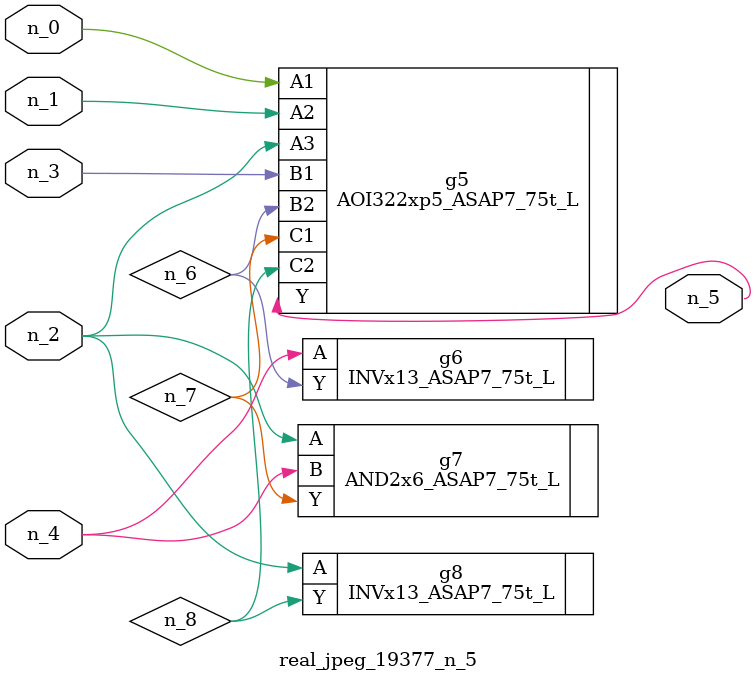
<source format=v>
module real_jpeg_19377_n_5 (n_4, n_0, n_1, n_2, n_3, n_5);

input n_4;
input n_0;
input n_1;
input n_2;
input n_3;

output n_5;

wire n_8;
wire n_6;
wire n_7;

AOI322xp5_ASAP7_75t_L g5 ( 
.A1(n_0),
.A2(n_1),
.A3(n_2),
.B1(n_3),
.B2(n_6),
.C1(n_7),
.C2(n_8),
.Y(n_5)
);

AND2x6_ASAP7_75t_L g7 ( 
.A(n_2),
.B(n_4),
.Y(n_7)
);

INVx13_ASAP7_75t_L g8 ( 
.A(n_2),
.Y(n_8)
);

INVx13_ASAP7_75t_L g6 ( 
.A(n_4),
.Y(n_6)
);


endmodule
</source>
